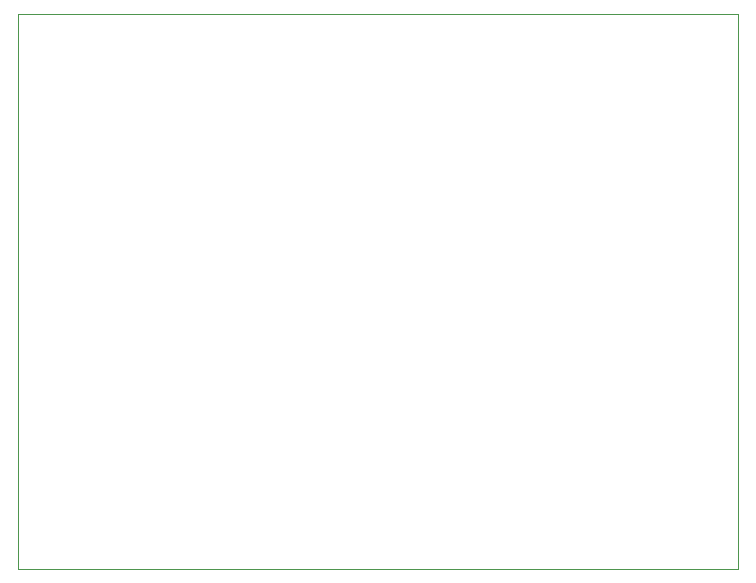
<source format=gm1>
G04 #@! TF.GenerationSoftware,KiCad,Pcbnew,9.0.1+1*
G04 #@! TF.CreationDate,2025-11-11T14:39:42+00:00*
G04 #@! TF.ProjectId,input-power-selector,696e7075-742d-4706-9f77-65722d73656c,rev?*
G04 #@! TF.SameCoordinates,Original*
G04 #@! TF.FileFunction,Profile,NP*
%FSLAX46Y46*%
G04 Gerber Fmt 4.6, Leading zero omitted, Abs format (unit mm)*
G04 Created by KiCad (PCBNEW 9.0.1+1) date 2025-11-11 14:39:42*
%MOMM*%
%LPD*%
G01*
G04 APERTURE LIST*
G04 #@! TA.AperFunction,Profile*
%ADD10C,0.050000*%
G04 #@! TD*
G04 APERTURE END LIST*
D10*
X21736300Y-18617000D02*
X82696300Y-18617000D01*
X21736300Y-65617000D02*
X21736300Y-18617000D01*
X21736300Y-65617000D02*
X82696300Y-65617000D01*
X82696300Y-65617000D02*
X82696300Y-18617000D01*
M02*

</source>
